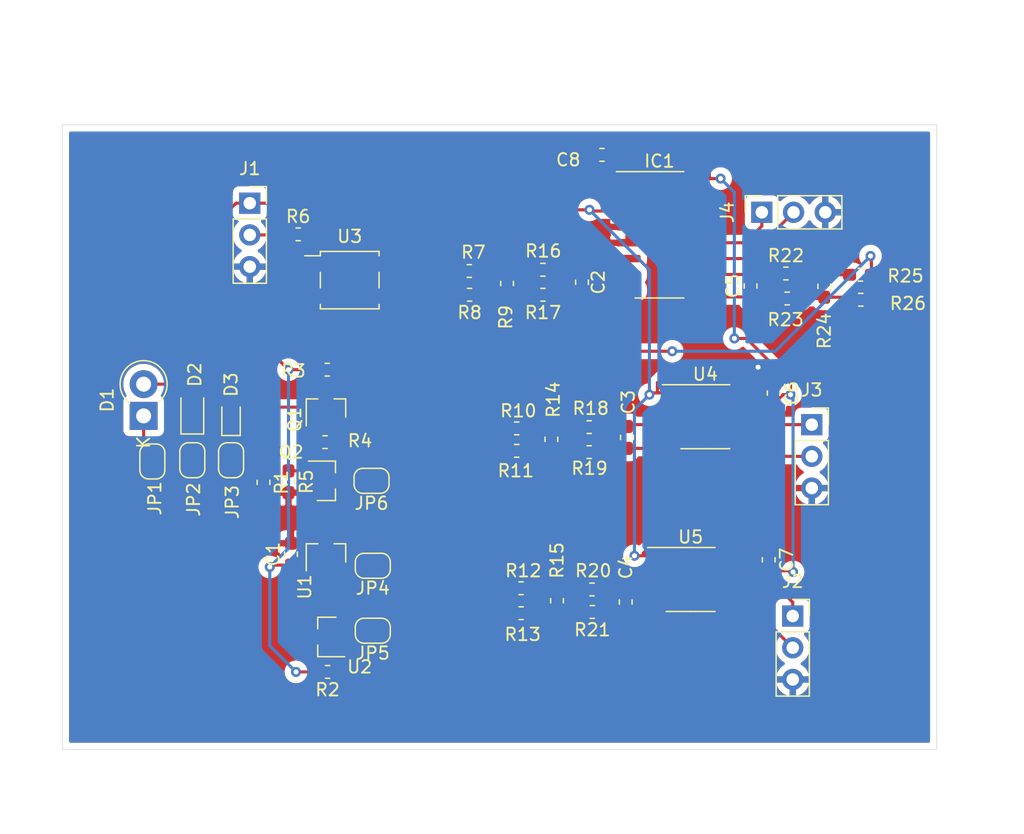
<source format=kicad_pcb>
(kicad_pcb (version 20171130) (host pcbnew "(5.1.5-0)")
  (layers (0 F.Cu signal) (31 B.Cu signal) (34 B.Paste user) (35 F.Paste user) (36 B.SilkS user) (37 F.SilkS user) (38 B.Mask user) (39 F.Mask user) (44 Edge.Cuts user))
  (net 0 "")
  (net 1 GND)
  (net 2 +3V3)
  (net 3 "Net-(C2-Pad2)")
  (net 4 "Net-(C2-Pad1)")
  (net 5 "Net-(C3-Pad2)")
  (net 6 "Net-(C3-Pad1)")
  (net 7 "Net-(C4-Pad2)")
  (net 8 "Net-(C4-Pad1)")
  (net 9 "Net-(C5-Pad2)")
  (net 10 "Net-(C5-Pad1)")
  (net 11 "Net-(D1-Pad2)")
  (net 12 "Net-(D1-Pad1)")
  (net 13 "Net-(D2-Pad1)")
  (net 14 "Net-(D3-Pad1)")
  (net 15 "Net-(IC1-Pad12)")
  (net 16 "Net-(IC1-Pad11)")
  (net 17 "Net-(IC1-Pad6)")
  (net 18 "Net-(IC1-Pad2)")
  (net 19 "Net-(J1-Pad2)")
  (net 20 "Net-(J2-Pad2)")
  (net 21 "Net-(J2-Pad1)")
  (net 22 "Net-(J3-Pad2)")
  (net 23 "Net-(J3-Pad1)")
  (net 24 "Net-(JP1-Pad2)")
  (net 25 "Net-(JP4-Pad2)")
  (net 26 /vref)
  (net 27 "Net-(JP5-Pad2)")
  (net 28 "Net-(JP6-Pad2)")
  (net 29 "Net-(Q1-Pad3)")
  (net 30 "Net-(R6-Pad2)")
  (net 31 /sig)
  (net 32 "Net-(R16-Pad2)")
  (net 33 "Net-(R17-Pad2)")
  (net 34 "Net-(R10-Pad1)")
  (net 35 "Net-(R11-Pad1)")
  (net 36 "Net-(R12-Pad1)")
  (net 37 "Net-(R13-Pad1)")
  (net 38 "Net-(R22-Pad2)")
  (net 39 "Net-(R23-Pad2)")
  (module Capacitor_SMD:C_0603_1608Metric_Pad1.05x0.95mm_HandSolder (layer F.Cu) (at 153.2 52.4 180)
    (fp_text reference C8 (at 2.7 -0.4) (layer F.SilkS))
    (fp_text value 100nF)
    (pad 2 smd roundrect (at 0.875 0 180) (size 1.05 0.95) (layers F.Cu F.Paste F.Mask) (net 1 GND))
    (pad 1 smd roundrect (at -0.875 0 180) (size 1.05 0.95) (layers F.Cu F.Paste F.Mask) (net 2 +3V3))
  )
  (module Package_SO:SOP-8_3.9x4.9mm_P1.27mm (layer F.Cu) (at 160.3 86.4)
    (fp_text reference U5 (at 0 -3.4) (layer F.SilkS))
    (fp_text value HX710C)
    (pad 8 smd roundrect (at 2.625 -1.905) (size 1.65 0.6) (layers F.Cu F.Paste F.Mask) (net 26 /vref))
    (pad 7 smd roundrect (at 2.625 -0.635) (size 1.65 0.6) (layers F.Cu F.Paste F.Mask) (net 2 +3V3))
    (pad 6 smd roundrect (at 2.625 0.635) (size 1.65 0.6) (layers F.Cu F.Paste F.Mask) (net 21 "Net-(J2-Pad1)"))
    (pad 5 smd roundrect (at 2.625 1.905) (size 1.65 0.6) (layers F.Cu F.Paste F.Mask) (net 20 "Net-(J2-Pad2)"))
    (pad 4 smd roundrect (at -2.625 1.905) (size 1.65 0.6) (layers F.Cu F.Paste F.Mask) (net 8 "Net-(C4-Pad1)"))
    (pad 3 smd roundrect (at -2.625 0.635) (size 1.65 0.6) (layers F.Cu F.Paste F.Mask) (net 7 "Net-(C4-Pad2)"))
    (pad 2 smd roundrect (at -2.625 -0.635) (size 1.65 0.6) (layers F.Cu F.Paste F.Mask) (net 1 GND))
    (pad 1 smd roundrect (at -2.625 -1.905) (size 1.65 0.6) (layers F.Cu F.Paste F.Mask) (net 26 /vref))
  )
  (module Package_SO:SOP-8_3.9x4.9mm_P1.27mm (layer F.Cu) (at 161.475 73.365)
    (fp_text reference U4 (at 0 -3.4) (layer F.SilkS))
    (fp_text value HX710B)
    (pad 8 smd roundrect (at 2.625 -1.905) (size 1.65 0.6) (layers F.Cu F.Paste F.Mask) (net 26 /vref))
    (pad 7 smd roundrect (at 2.625 -0.635) (size 1.65 0.6) (layers F.Cu F.Paste F.Mask) (net 2 +3V3))
    (pad 6 smd roundrect (at 2.625 0.635) (size 1.65 0.6) (layers F.Cu F.Paste F.Mask) (net 23 "Net-(J3-Pad1)"))
    (pad 5 smd roundrect (at 2.625 1.905) (size 1.65 0.6) (layers F.Cu F.Paste F.Mask) (net 22 "Net-(J3-Pad2)"))
    (pad 4 smd roundrect (at -2.625 1.905) (size 1.65 0.6) (layers F.Cu F.Paste F.Mask) (net 6 "Net-(C3-Pad1)"))
    (pad 3 smd roundrect (at -2.625 0.635) (size 1.65 0.6) (layers F.Cu F.Paste F.Mask) (net 5 "Net-(C3-Pad2)"))
    (pad 2 smd roundrect (at -2.625 -0.635) (size 1.65 0.6) (layers F.Cu F.Paste F.Mask) (net 1 GND))
    (pad 1 smd roundrect (at -2.625 -1.905) (size 1.65 0.6) (layers F.Cu F.Paste F.Mask) (net 26 /vref))
  )
  (module Package_SO:SO-4_4.4x4.3mm_P2.54mm (layer F.Cu) (at 133 62.43)
    (fp_text reference U3 (at 0 -3.5) (layer F.SilkS))
    (fp_text value AQW282SX)
    (pad 3 smd rect (at 3 1.27 270) (size 0.8 1.2) (layers F.Cu F.Paste F.Mask) (net 31 /sig))
    (pad 2 smd rect (at -3 1.27 270) (size 0.8 1.2) (layers F.Cu F.Paste F.Mask) (net 1 GND))
    (pad 1 smd rect (at -3 -1.27 270) (size 0.8 1.2) (layers F.Cu F.Paste F.Mask) (net 30 "Net-(R6-Pad2)"))
    (pad 4 smd rect (at 3 -1.27 270) (size 0.8 1.2) (layers F.Cu F.Paste F.Mask) (net 26 /vref))
  )
  (module Package_TO_SOT_SMD:SOT-23 (layer F.Cu) (at 131.2 91 180)
    (fp_text reference U2 (at -2.6 -2.4) (layer F.SilkS))
    (fp_text value TL431DBZ)
    (pad 3 smd rect (at 1 0 180) (size 0.9 0.8) (layers F.Cu F.Paste F.Mask) (net 1 GND))
    (pad 2 smd rect (at -1 0.95 180) (size 0.9 0.8) (layers F.Cu F.Paste F.Mask) (net 27 "Net-(JP5-Pad2)"))
    (pad 1 smd rect (at -1 -0.95 180) (size 0.9 0.8) (layers F.Cu F.Paste F.Mask) (net 27 "Net-(JP5-Pad2)"))
  )
  (module Package_TO_SOT_SMD:SOT-23 (layer F.Cu) (at 131.1 84.3 90)
    (fp_text reference U1 (at -2.7 -1.7 90) (layer F.SilkS))
    (fp_text value REF3020)
    (pad 3 smd rect (at 1 0 90) (size 0.9 0.8) (layers F.Cu F.Paste F.Mask) (net 1 GND))
    (pad 2 smd rect (at -1 0.95 90) (size 0.9 0.8) (layers F.Cu F.Paste F.Mask) (net 25 "Net-(JP4-Pad2)"))
    (pad 1 smd rect (at -1 -0.95 90) (size 0.9 0.8) (layers F.Cu F.Paste F.Mask) (net 2 +3V3))
  )
  (module Resistor_SMD:R_0603_1608Metric_Pad1.05x0.95mm_HandSolder (layer F.Cu) (at 173.925 64)
    (fp_text reference R26 (at 3.775 0.3) (layer F.SilkS))
    (fp_text value 10Meg)
    (pad 2 smd roundrect (at 0.875 0) (size 1.05 0.95) (layers F.Cu F.Paste F.Mask) (net 1 GND))
    (pad 1 smd roundrect (at -0.875 0) (size 1.05 0.95) (layers F.Cu F.Paste F.Mask) (net 39 "Net-(R23-Pad2)"))
  )
  (module Resistor_SMD:R_0603_1608Metric_Pad1.05x0.95mm_HandSolder (layer F.Cu) (at 173.9 62)
    (fp_text reference R25 (at 3.6 0.1) (layer F.SilkS))
    (fp_text value 10Meg)
    (pad 2 smd roundrect (at 0.875 0) (size 1.05 0.95) (layers F.Cu F.Paste F.Mask) (net 31 /sig))
    (pad 1 smd roundrect (at -0.875 0) (size 1.05 0.95) (layers F.Cu F.Paste F.Mask) (net 38 "Net-(R22-Pad2)"))
  )
  (module Resistor_SMD:R_0603_1608Metric_Pad1.05x0.95mm_HandSolder (layer F.Cu) (at 171 62.925 270)
    (fp_text reference R24 (at 3.575 0 90) (layer F.SilkS))
    (fp_text value 1K)
    (pad 2 smd roundrect (at 0.875 0 270) (size 1.05 0.95) (layers F.Cu F.Paste F.Mask) (net 39 "Net-(R23-Pad2)"))
    (pad 1 smd roundrect (at -0.875 0 270) (size 1.05 0.95) (layers F.Cu F.Paste F.Mask) (net 38 "Net-(R22-Pad2)"))
  )
  (module Resistor_SMD:R_0603_1608Metric_Pad1.05x0.95mm_HandSolder (layer F.Cu) (at 168.025 63.9)
    (fp_text reference R23 (at -0.125 1.7) (layer F.SilkS))
    (fp_text value 100)
    (pad 2 smd roundrect (at 0.875 0) (size 1.05 0.95) (layers F.Cu F.Paste F.Mask) (net 39 "Net-(R23-Pad2)"))
    (pad 1 smd roundrect (at -0.875 0) (size 1.05 0.95) (layers F.Cu F.Paste F.Mask) (net 10 "Net-(C5-Pad1)"))
  )
  (module Resistor_SMD:R_0603_1608Metric_Pad1.05x0.95mm_HandSolder (layer F.Cu) (at 167.925 61.9)
    (fp_text reference R22 (at 0 -1.43) (layer F.SilkS))
    (fp_text value 100)
    (pad 2 smd roundrect (at 0.875 0) (size 1.05 0.95) (layers F.Cu F.Paste F.Mask) (net 38 "Net-(R22-Pad2)"))
    (pad 1 smd roundrect (at -0.875 0) (size 1.05 0.95) (layers F.Cu F.Paste F.Mask) (net 9 "Net-(C5-Pad2)"))
  )
  (module Resistor_SMD:R_0603_1608Metric_Pad1.05x0.95mm_HandSolder (layer F.Cu) (at 152.425 89 180)
    (fp_text reference R21 (at 0 -1.43) (layer F.SilkS))
    (fp_text value 100)
    (pad 2 smd roundrect (at 0.875 0 180) (size 1.05 0.95) (layers F.Cu F.Paste F.Mask) (net 37 "Net-(R13-Pad1)"))
    (pad 1 smd roundrect (at -0.875 0 180) (size 1.05 0.95) (layers F.Cu F.Paste F.Mask) (net 8 "Net-(C4-Pad1)"))
  )
  (module Resistor_SMD:R_0603_1608Metric_Pad1.05x0.95mm_HandSolder (layer F.Cu) (at 152.4 87.2 180)
    (fp_text reference R20 (at -0.1 1.5) (layer F.SilkS))
    (fp_text value 100)
    (pad 2 smd roundrect (at 0.875 0 180) (size 1.05 0.95) (layers F.Cu F.Paste F.Mask) (net 36 "Net-(R12-Pad1)"))
    (pad 1 smd roundrect (at -0.875 0 180) (size 1.05 0.95) (layers F.Cu F.Paste F.Mask) (net 7 "Net-(C4-Pad2)"))
  )
  (module Resistor_SMD:R_0603_1608Metric_Pad1.05x0.95mm_HandSolder (layer F.Cu) (at 152.175 76.2 180)
    (fp_text reference R19 (at -0.025 -1.3) (layer F.SilkS))
    (fp_text value 100)
    (pad 2 smd roundrect (at 0.875 0 180) (size 1.05 0.95) (layers F.Cu F.Paste F.Mask) (net 35 "Net-(R11-Pad1)"))
    (pad 1 smd roundrect (at -0.875 0 180) (size 1.05 0.95) (layers F.Cu F.Paste F.Mask) (net 6 "Net-(C3-Pad1)"))
  )
  (module Resistor_SMD:R_0603_1608Metric_Pad1.05x0.95mm_HandSolder (layer F.Cu) (at 152.175 74.2 180)
    (fp_text reference R18 (at -0.125 1.5) (layer F.SilkS))
    (fp_text value 100)
    (pad 2 smd roundrect (at 0.875 0 180) (size 1.05 0.95) (layers F.Cu F.Paste F.Mask) (net 34 "Net-(R10-Pad1)"))
    (pad 1 smd roundrect (at -0.875 0 180) (size 1.05 0.95) (layers F.Cu F.Paste F.Mask) (net 5 "Net-(C3-Pad2)"))
  )
  (module Resistor_SMD:R_0603_1608Metric_Pad1.05x0.95mm_HandSolder (layer F.Cu) (at 148.475 63.6 180)
    (fp_text reference R17 (at 0 -1.43) (layer F.SilkS))
    (fp_text value 100)
    (pad 2 smd roundrect (at 0.875 0 180) (size 1.05 0.95) (layers F.Cu F.Paste F.Mask) (net 33 "Net-(R17-Pad2)"))
    (pad 1 smd roundrect (at -0.875 0 180) (size 1.05 0.95) (layers F.Cu F.Paste F.Mask) (net 4 "Net-(C2-Pad1)"))
  )
  (module Resistor_SMD:R_0603_1608Metric_Pad1.05x0.95mm_HandSolder (layer F.Cu) (at 148.475 61.6 180)
    (fp_text reference R16 (at -0.025 1.5) (layer F.SilkS))
    (fp_text value 100)
    (pad 2 smd roundrect (at 0.875 0 180) (size 1.05 0.95) (layers F.Cu F.Paste F.Mask) (net 32 "Net-(R16-Pad2)"))
    (pad 1 smd roundrect (at -0.875 0 180) (size 1.05 0.95) (layers F.Cu F.Paste F.Mask) (net 3 "Net-(C2-Pad2)"))
  )
  (module Resistor_SMD:R_0603_1608Metric_Pad1.05x0.95mm_HandSolder (layer F.Cu) (at 149.6 88.1 270)
    (fp_text reference R15 (at -3.225 0 90) (layer F.SilkS))
    (fp_text value 1K)
    (pad 2 smd roundrect (at 0.875 0 270) (size 1.05 0.95) (layers F.Cu F.Paste F.Mask) (net 37 "Net-(R13-Pad1)"))
    (pad 1 smd roundrect (at -0.875 0 270) (size 1.05 0.95) (layers F.Cu F.Paste F.Mask) (net 36 "Net-(R12-Pad1)"))
  )
  (module Resistor_SMD:R_0603_1608Metric_Pad1.05x0.95mm_HandSolder (layer F.Cu) (at 149.15 75.175 270)
    (fp_text reference R14 (at -3.175 -0.15 90) (layer F.SilkS))
    (fp_text value 1K)
    (pad 2 smd roundrect (at 0.875 0 270) (size 1.05 0.95) (layers F.Cu F.Paste F.Mask) (net 35 "Net-(R11-Pad1)"))
    (pad 1 smd roundrect (at -0.875 0 270) (size 1.05 0.95) (layers F.Cu F.Paste F.Mask) (net 34 "Net-(R10-Pad1)"))
  )
  (module Resistor_SMD:R_0603_1608Metric_Pad1.05x0.95mm_HandSolder (layer F.Cu) (at 146.725 89.1 180)
    (fp_text reference R13 (at -0.125 -1.7) (layer F.SilkS))
    (fp_text value 10Meg)
    (pad 2 smd roundrect (at 0.875 0 180) (size 1.05 0.95) (layers F.Cu F.Paste F.Mask) (net 1 GND))
    (pad 1 smd roundrect (at -0.875 0 180) (size 1.05 0.95) (layers F.Cu F.Paste F.Mask) (net 37 "Net-(R13-Pad1)"))
  )
  (module Resistor_SMD:R_0603_1608Metric_Pad1.05x0.95mm_HandSolder (layer F.Cu) (at 146.725 87.1 180)
    (fp_text reference R12 (at -0.175 1.4) (layer F.SilkS))
    (fp_text value 10Meg)
    (pad 2 smd roundrect (at 0.875 0 180) (size 1.05 0.95) (layers F.Cu F.Paste F.Mask) (net 31 /sig))
    (pad 1 smd roundrect (at -0.875 0 180) (size 1.05 0.95) (layers F.Cu F.Paste F.Mask) (net 36 "Net-(R12-Pad1)"))
  )
  (module Resistor_SMD:R_0603_1608Metric_Pad1.05x0.95mm_HandSolder (layer F.Cu) (at 146.375 76.1 180)
    (fp_text reference R11 (at 0.075 -1.6) (layer F.SilkS))
    (fp_text value 10Meg)
    (pad 2 smd roundrect (at 0.875 0 180) (size 1.05 0.95) (layers F.Cu F.Paste F.Mask) (net 1 GND))
    (pad 1 smd roundrect (at -0.875 0 180) (size 1.05 0.95) (layers F.Cu F.Paste F.Mask) (net 35 "Net-(R11-Pad1)"))
  )
  (module Resistor_SMD:R_0603_1608Metric_Pad1.05x0.95mm_HandSolder (layer F.Cu) (at 146.375 74.3 180)
    (fp_text reference R10 (at -0.125 1.4) (layer F.SilkS))
    (fp_text value 10Meg)
    (pad 2 smd roundrect (at 0.875 0 180) (size 1.05 0.95) (layers F.Cu F.Paste F.Mask) (net 31 /sig))
    (pad 1 smd roundrect (at -0.875 0 180) (size 1.05 0.95) (layers F.Cu F.Paste F.Mask) (net 34 "Net-(R10-Pad1)"))
  )
  (module Resistor_SMD:R_0603_1608Metric_Pad1.05x0.95mm_HandSolder (layer F.Cu) (at 145.6 62.7 270)
    (fp_text reference R9 (at 2.7 0.1 90) (layer F.SilkS))
    (fp_text value 1K)
    (pad 2 smd roundrect (at 0.875 0 270) (size 1.05 0.95) (layers F.Cu F.Paste F.Mask) (net 33 "Net-(R17-Pad2)"))
    (pad 1 smd roundrect (at -0.875 0 270) (size 1.05 0.95) (layers F.Cu F.Paste F.Mask) (net 32 "Net-(R16-Pad2)"))
  )
  (module Resistor_SMD:R_0603_1608Metric_Pad1.05x0.95mm_HandSolder (layer F.Cu) (at 142.6 63.6 180)
    (fp_text reference R8 (at 0 -1.43) (layer F.SilkS))
    (fp_text value 10Meg)
    (pad 2 smd roundrect (at 0.875 0 180) (size 1.05 0.95) (layers F.Cu F.Paste F.Mask) (net 1 GND))
    (pad 1 smd roundrect (at -0.875 0 180) (size 1.05 0.95) (layers F.Cu F.Paste F.Mask) (net 33 "Net-(R17-Pad2)"))
  )
  (module Resistor_SMD:R_0603_1608Metric_Pad1.05x0.95mm_HandSolder (layer F.Cu) (at 142.575 61.7 180)
    (fp_text reference R7 (at -0.325 1.5) (layer F.SilkS))
    (fp_text value 10Meg)
    (pad 2 smd roundrect (at 0.875 0 180) (size 1.05 0.95) (layers F.Cu F.Paste F.Mask) (net 31 /sig))
    (pad 1 smd roundrect (at -0.875 0 180) (size 1.05 0.95) (layers F.Cu F.Paste F.Mask) (net 32 "Net-(R16-Pad2)"))
  )
  (module Resistor_SMD:R_0603_1608Metric_Pad1.05x0.95mm_HandSolder (layer F.Cu) (at 128.875001 58.765001)
    (fp_text reference R6 (at 0 -1.43) (layer F.SilkS))
    (fp_text value 1K)
    (pad 2 smd roundrect (at 0.875 0) (size 1.05 0.95) (layers F.Cu F.Paste F.Mask) (net 30 "Net-(R6-Pad2)"))
    (pad 1 smd roundrect (at -0.875 0) (size 1.05 0.95) (layers F.Cu F.Paste F.Mask) (net 19 "Net-(J1-Pad2)"))
  )
  (module Resistor_SMD:R_0603_1608Metric_Pad1.05x0.95mm_HandSolder (layer F.Cu) (at 128.1 78.575 270)
    (fp_text reference R5 (at 0 -1.43 90) (layer F.SilkS))
    (fp_text value 1K)
    (pad 2 smd roundrect (at 0.875 0 270) (size 1.05 0.95) (layers F.Cu F.Paste F.Mask) (net 1 GND))
    (pad 1 smd roundrect (at -0.875 0 270) (size 1.05 0.95) (layers F.Cu F.Paste F.Mask) (net 29 "Net-(Q1-Pad3)"))
  )
  (module Resistor_SMD:R_0603_1608Metric_Pad1.05x0.95mm_HandSolder (layer F.Cu) (at 131.025 75.4 180)
    (fp_text reference R4 (at -2.8 0.1) (layer F.SilkS))
    (fp_text value 1K)
    (pad 2 smd roundrect (at 0.875 0 180) (size 1.05 0.95) (layers F.Cu F.Paste F.Mask) (net 11 "Net-(D1-Pad2)"))
    (pad 1 smd roundrect (at -0.875 0 180) (size 1.05 0.95) (layers F.Cu F.Paste F.Mask) (net 28 "Net-(JP6-Pad2)"))
  )
  (module Resistor_SMD:R_0603_1608Metric_Pad1.05x0.95mm_HandSolder (layer F.Cu) (at 131.2 69.6 180)
    (fp_text reference R3 (at 2.7 -0.1) (layer F.SilkS))
    (fp_text value 300)
    (pad 2 smd roundrect (at 0.875 0 180) (size 1.05 0.95) (layers F.Cu F.Paste F.Mask) (net 2 +3V3))
    (pad 1 smd roundrect (at -0.875 0 180) (size 1.05 0.95) (layers F.Cu F.Paste F.Mask) (net 28 "Net-(JP6-Pad2)"))
  )
  (module Resistor_SMD:R_0603_1608Metric_Pad1.05x0.95mm_HandSolder (layer F.Cu) (at 131.225 93.8 180)
    (fp_text reference R2 (at 0 -1.43) (layer F.SilkS))
    (fp_text value 300)
    (pad 2 smd roundrect (at 0.875 0 180) (size 1.05 0.95) (layers F.Cu F.Paste F.Mask) (net 2 +3V3))
    (pad 1 smd roundrect (at -0.875 0 180) (size 1.05 0.95) (layers F.Cu F.Paste F.Mask) (net 27 "Net-(JP5-Pad2)"))
  )
  (module Resistor_SMD:R_0603_1608Metric_Pad1.05x0.95mm_HandSolder (layer F.Cu) (at 126.1 78.625 270)
    (fp_text reference R1 (at 0 -1.43 90) (layer F.SilkS))
    (fp_text value 75)
    (pad 2 smd roundrect (at 0.875 0 270) (size 1.05 0.95) (layers F.Cu F.Paste F.Mask) (net 1 GND))
    (pad 1 smd roundrect (at -0.875 0 270) (size 1.05 0.95) (layers F.Cu F.Paste F.Mask) (net 24 "Net-(JP1-Pad2)"))
  )
  (module Package_TO_SOT_SMD:SOT-23 (layer F.Cu) (at 131.1 78.5)
    (fp_text reference Q2 (at -2.8 -2.3) (layer F.SilkS))
    (fp_text value MMBT2222A)
    (pad 3 smd rect (at 1 0) (size 0.9 0.8) (layers F.Cu F.Paste F.Mask) (net 28 "Net-(JP6-Pad2)"))
    (pad 2 smd rect (at -1 0.95) (size 0.9 0.8) (layers F.Cu F.Paste F.Mask) (net 1 GND))
    (pad 1 smd rect (at -1 -0.95) (size 0.9 0.8) (layers F.Cu F.Paste F.Mask) (net 29 "Net-(Q1-Pad3)"))
  )
  (module Package_TO_SOT_SMD:SOT-23 (layer F.Cu) (at 131.1 72.7 90)
    (fp_text reference Q1 (at -0.9 -2.5 90) (layer F.SilkS))
    (fp_text value MMBT3906)
    (pad 3 smd rect (at 1 0 90) (size 0.9 0.8) (layers F.Cu F.Paste F.Mask) (net 29 "Net-(Q1-Pad3)"))
    (pad 2 smd rect (at -1 0.95 90) (size 0.9 0.8) (layers F.Cu F.Paste F.Mask) (net 28 "Net-(JP6-Pad2)"))
    (pad 1 smd rect (at -1 -0.95 90) (size 0.9 0.8) (layers F.Cu F.Paste F.Mask) (net 11 "Net-(D1-Pad2)"))
  )
  (module Jumper:SolderJumper-2_P1.3mm_Open_RoundedPad1.0x1.5mm (layer F.Cu) (at 134.75 78.5 180)
    (fp_text reference JP6 (at 0 -1.8) (layer F.SilkS))
    (fp_text value NO)
    (pad 2 smd custom (at 0.65 0 180) (size 1 0.5) (layers F.Cu F.Mask) (net 28 "Net-(JP6-Pad2)") (options (clearance outline) (anchor rect)) (primitives (gr_circle (center 0 0.25) (end 0.5 0.25) (width 0)) (gr_circle (center 0 -0.25) (end 0.5 -0.25) (width 0)) (gr_poly (pts (xy 0 -0.75) (xy -0.5 -0.75) (xy -0.5 0.75) (xy 0 0.75)) (width 0))))
    (pad 1 smd custom (at -0.65 0 180) (size 1 0.5) (layers F.Cu F.Mask) (net 26 /vref) (options (clearance outline) (anchor rect)) (primitives (gr_circle (center 0 0.25) (end 0.5 0.25) (width 0)) (gr_circle (center 0 -0.25) (end 0.5 -0.25) (width 0)) (gr_poly (pts (xy 0 -0.75) (xy 0.5 -0.75) (xy 0.5 0.75) (xy 0 0.75)) (width 0))))
  )
  (module Jumper:SolderJumper-2_P1.3mm_Open_RoundedPad1.0x1.5mm (layer F.Cu) (at 134.85 90.5 180)
    (fp_text reference JP5 (at 0 -1.8) (layer F.SilkS))
    (fp_text value NO)
    (pad 2 smd custom (at 0.65 0 180) (size 1 0.5) (layers F.Cu F.Mask) (net 27 "Net-(JP5-Pad2)") (options (clearance outline) (anchor rect)) (primitives (gr_circle (center 0 0.25) (end 0.5 0.25) (width 0)) (gr_circle (center 0 -0.25) (end 0.5 -0.25) (width 0)) (gr_poly (pts (xy 0 -0.75) (xy -0.5 -0.75) (xy -0.5 0.75) (xy 0 0.75)) (width 0))))
    (pad 1 smd custom (at -0.65 0 180) (size 1 0.5) (layers F.Cu F.Mask) (net 26 /vref) (options (clearance outline) (anchor rect)) (primitives (gr_circle (center 0 0.25) (end 0.5 0.25) (width 0)) (gr_circle (center 0 -0.25) (end 0.5 -0.25) (width 0)) (gr_poly (pts (xy 0 -0.75) (xy 0.5 -0.75) (xy 0.5 0.75) (xy 0 0.75)) (width 0))))
  )
  (module Jumper:SolderJumper-2_P1.3mm_Open_RoundedPad1.0x1.5mm (layer F.Cu) (at 134.85 85.3 180)
    (fp_text reference JP4 (at 0 -1.8) (layer F.SilkS))
    (fp_text value NO)
    (pad 2 smd custom (at 0.65 0 180) (size 1 0.5) (layers F.Cu F.Mask) (net 25 "Net-(JP4-Pad2)") (options (clearance outline) (anchor rect)) (primitives (gr_circle (center 0 0.25) (end 0.5 0.25) (width 0)) (gr_circle (center 0 -0.25) (end 0.5 -0.25) (width 0)) (gr_poly (pts (xy 0 -0.75) (xy -0.5 -0.75) (xy -0.5 0.75) (xy 0 0.75)) (width 0))))
    (pad 1 smd custom (at -0.65 0 180) (size 1 0.5) (layers F.Cu F.Mask) (net 26 /vref) (options (clearance outline) (anchor rect)) (primitives (gr_circle (center 0 0.25) (end 0.5 0.25) (width 0)) (gr_circle (center 0 -0.25) (end 0.5 -0.25) (width 0)) (gr_poly (pts (xy 0 -0.75) (xy 0.5 -0.75) (xy 0.5 0.75) (xy 0 0.75)) (width 0))))
  )
  (module Jumper:SolderJumper-2_P1.3mm_Open_RoundedPad1.0x1.5mm (layer F.Cu) (at 123.5 76.85 270)
    (fp_text reference JP3 (at 3.35 -0.1 90) (layer F.SilkS))
    (fp_text value NO)
    (pad 2 smd custom (at 0.65 0 270) (size 1 0.5) (layers F.Cu F.Mask) (net 24 "Net-(JP1-Pad2)") (options (clearance outline) (anchor rect)) (primitives (gr_circle (center 0 0.25) (end 0.5 0.25) (width 0)) (gr_circle (center 0 -0.25) (end 0.5 -0.25) (width 0)) (gr_poly (pts (xy 0 -0.75) (xy -0.5 -0.75) (xy -0.5 0.75) (xy 0 0.75)) (width 0))))
    (pad 1 smd custom (at -0.65 0 270) (size 1 0.5) (layers F.Cu F.Mask) (net 14 "Net-(D3-Pad1)") (options (clearance outline) (anchor rect)) (primitives (gr_circle (center 0 0.25) (end 0.5 0.25) (width 0)) (gr_circle (center 0 -0.25) (end 0.5 -0.25) (width 0)) (gr_poly (pts (xy 0 -0.75) (xy 0.5 -0.75) (xy 0.5 0.75) (xy 0 0.75)) (width 0))))
  )
  (module Jumper:SolderJumper-2_P1.3mm_Open_RoundedPad1.0x1.5mm (layer F.Cu) (at 120.4 76.85 270)
    (fp_text reference JP2 (at 3.15 -0.1 90) (layer F.SilkS))
    (fp_text value NO)
    (pad 2 smd custom (at 0.65 0 270) (size 1 0.5) (layers F.Cu F.Mask) (net 24 "Net-(JP1-Pad2)") (options (clearance outline) (anchor rect)) (primitives (gr_circle (center 0 0.25) (end 0.5 0.25) (width 0)) (gr_circle (center 0 -0.25) (end 0.5 -0.25) (width 0)) (gr_poly (pts (xy 0 -0.75) (xy -0.5 -0.75) (xy -0.5 0.75) (xy 0 0.75)) (width 0))))
    (pad 1 smd custom (at -0.65 0 270) (size 1 0.5) (layers F.Cu F.Mask) (net 13 "Net-(D2-Pad1)") (options (clearance outline) (anchor rect)) (primitives (gr_circle (center 0 0.25) (end 0.5 0.25) (width 0)) (gr_circle (center 0 -0.25) (end 0.5 -0.25) (width 0)) (gr_poly (pts (xy 0 -0.75) (xy 0.5 -0.75) (xy 0.5 0.75) (xy 0 0.75)) (width 0))))
  )
  (module Jumper:SolderJumper-2_P1.3mm_Open_RoundedPad1.0x1.5mm (layer F.Cu) (at 117.2 76.95 270)
    (fp_text reference JP1 (at 2.95 -0.2 90) (layer F.SilkS))
    (fp_text value NO)
    (pad 2 smd custom (at 0.65 0 270) (size 1 0.5) (layers F.Cu F.Mask) (net 24 "Net-(JP1-Pad2)") (options (clearance outline) (anchor rect)) (primitives (gr_circle (center 0 0.25) (end 0.5 0.25) (width 0)) (gr_circle (center 0 -0.25) (end 0.5 -0.25) (width 0)) (gr_poly (pts (xy 0 -0.75) (xy -0.5 -0.75) (xy -0.5 0.75) (xy 0 0.75)) (width 0))))
    (pad 1 smd custom (at -0.65 0 270) (size 1 0.5) (layers F.Cu F.Mask) (net 12 "Net-(D1-Pad1)") (options (clearance outline) (anchor rect)) (primitives (gr_circle (center 0 0.25) (end 0.5 0.25) (width 0)) (gr_circle (center 0 -0.25) (end 0.5 -0.25) (width 0)) (gr_poly (pts (xy 0 -0.75) (xy 0.5 -0.75) (xy 0.5 0.75) (xy 0 0.75)) (width 0))))
  )
  (module Connector_PinSocket_2.54mm:PinSocket_1x03_P2.54mm_Vertical (layer F.Cu) (at 166 57 90)
    (fp_text reference J4 (at 0 -2.77 90) (layer F.SilkS))
    (fp_text value Conn_01x03_Female)
    (pad 3 thru_hole oval (at 0 5.08 90) (size 1.7 1.7) (drill 1) (layers *.Cu *.Mask) (net 1 GND))
    (pad 2 thru_hole oval (at 0 2.54 90) (size 1.7 1.7) (drill 1) (layers *.Cu *.Mask) (net 16 "Net-(IC1-Pad11)"))
    (pad 1 thru_hole rect (at 0 0 90) (size 1.7 1.7) (drill 1) (layers *.Cu *.Mask) (net 15 "Net-(IC1-Pad12)"))
  )
  (module Connector_PinSocket_2.54mm:PinSocket_1x03_P2.54mm_Vertical (layer F.Cu) (at 170 74)
    (fp_text reference J3 (at 0 -2.77) (layer F.SilkS))
    (fp_text value Conn_01x03_Female)
    (pad 3 thru_hole oval (at 0 5.08) (size 1.7 1.7) (drill 1) (layers *.Cu *.Mask) (net 1 GND))
    (pad 2 thru_hole oval (at 0 2.54) (size 1.7 1.7) (drill 1) (layers *.Cu *.Mask) (net 22 "Net-(J3-Pad2)"))
    (pad 1 thru_hole rect (at 0 0) (size 1.7 1.7) (drill 1) (layers *.Cu *.Mask) (net 23 "Net-(J3-Pad1)"))
  )
  (module Connector_PinSocket_2.54mm:PinSocket_1x03_P2.54mm_Vertical (layer F.Cu) (at 168.475001 89.325001)
    (fp_text reference J2 (at 0 -2.77) (layer F.SilkS))
    (fp_text value Conn_01x03_Female)
    (pad 3 thru_hole oval (at 0 5.08) (size 1.7 1.7) (drill 1) (layers *.Cu *.Mask) (net 1 GND))
    (pad 2 thru_hole oval (at 0 2.54) (size 1.7 1.7) (drill 1) (layers *.Cu *.Mask) (net 20 "Net-(J2-Pad2)"))
    (pad 1 thru_hole rect (at 0 0) (size 1.7 1.7) (drill 1) (layers *.Cu *.Mask) (net 21 "Net-(J2-Pad1)"))
  )
  (module Connector_PinSocket_2.54mm:PinSocket_1x03_P2.54mm_Vertical (layer F.Cu) (at 125 56.27)
    (fp_text reference J1 (at 0 -2.77) (layer F.SilkS))
    (fp_text value Conn_01x03_Female)
    (pad 3 thru_hole oval (at 0 5.08) (size 1.7 1.7) (drill 1) (layers *.Cu *.Mask) (net 1 GND))
    (pad 2 thru_hole oval (at 0 2.54) (size 1.7 1.7) (drill 1) (layers *.Cu *.Mask) (net 19 "Net-(J1-Pad2)"))
    (pad 1 thru_hole rect (at 0 0) (size 1.7 1.7) (drill 1) (layers *.Cu *.Mask) (net 2 +3V3))
  )
  (module Package_SO:SOIC-16_3.9x9.9mm_P1.27mm (layer F.Cu) (at 157.8 58.8)
    (fp_text reference IC1 (at 0 -5.9) (layer F.SilkS))
    (fp_text value HX711)
    (pad 16 smd roundrect (at 2.475 -4.445) (size 1.95 0.6) (layers F.Cu F.Paste F.Mask) (net 2 +3V3))
    (pad 15 smd roundrect (at 2.475 -3.175) (size 1.95 0.6) (layers F.Cu F.Paste F.Mask) (net 1 GND))
    (pad 14 smd roundrect (at 2.475 -1.905) (size 1.95 0.6) (layers F.Cu F.Paste F.Mask) (net 1 GND))
    (pad 13 smd roundrect (at 2.475 -0.635) (size 1.95 0.6) (layers F.Cu F.Paste F.Mask) (net 1 GND))
    (pad 12 smd roundrect (at 2.475 0.635) (size 1.95 0.6) (layers F.Cu F.Paste F.Mask) (net 15 "Net-(IC1-Pad12)"))
    (pad 11 smd roundrect (at 2.475 1.905) (size 1.95 0.6) (layers F.Cu F.Paste F.Mask) (net 16 "Net-(IC1-Pad11)"))
    (pad 10 smd roundrect (at 2.475 3.175) (size 1.95 0.6) (layers F.Cu F.Paste F.Mask) (net 9 "Net-(C5-Pad2)"))
    (pad 9 smd roundrect (at 2.475 4.445) (size 1.95 0.6) (layers F.Cu F.Paste F.Mask) (net 10 "Net-(C5-Pad1)"))
    (pad 8 smd roundrect (at -2.475 4.445) (size 1.95 0.6) (layers F.Cu F.Paste F.Mask) (net 4 "Net-(C2-Pad1)"))
    (pad 7 smd roundrect (at -2.475 3.175) (size 1.95 0.6) (layers F.Cu F.Paste F.Mask) (net 3 "Net-(C2-Pad2)"))
    (pad 6 smd roundrect (at -2.475 1.905) (size 1.95 0.6) (layers F.Cu F.Paste F.Mask) (net 17 "Net-(IC1-Pad6)"))
    (pad 5 smd roundrect (at -2.475 0.635) (size 1.95 0.6) (layers F.Cu F.Paste F.Mask) (net 1 GND))
    (pad 4 smd roundrect (at -2.475 -0.635) (size 1.95 0.6) (layers F.Cu F.Paste F.Mask) (net 1 GND))
    (pad 3 smd roundrect (at -2.475 -1.905) (size 1.95 0.6) (layers F.Cu F.Paste F.Mask) (net 26 /vref))
    (pad 2 smd roundrect (at -2.475 -3.175) (size 1.95 0.6) (layers F.Cu F.Paste F.Mask) (net 18 "Net-(IC1-Pad2)"))
    (pad 1 smd roundrect (at -2.475 -4.445) (size 1.95 0.6) (layers F.Cu F.Paste F.Mask) (net 2 +3V3))
  )
  (module Diode_SMD:D_0603_1608Metric (layer F.Cu) (at 123.5 73.3875 90)
    (fp_text reference D3 (at 2.5875 0 90) (layer F.SilkS))
    (fp_text value 19-217/GHC-YR1S2/3T)
    (pad 2 smd roundrect (at 0.7875 0 90) (size 0.875 0.95) (layers F.Cu F.Paste F.Mask) (net 11 "Net-(D1-Pad2)"))
    (pad 1 smd roundrect (at -0.7875 0 90) (size 0.875 0.95) (layers F.Cu F.Paste F.Mask) (net 14 "Net-(D3-Pad1)"))
  )
  (module Diode_SMD:D_0805_2012Metric_Castellated (layer F.Cu) (at 120.4 72.8625 90)
    (fp_text reference D2 (at 2.8625 0.2 90) (layer F.SilkS))
    (fp_text value C2297)
    (pad 2 smd roundrect (at 0.9625 0 90) (size 1.325 1.3) (layers F.Cu F.Paste F.Mask) (roundrect_rratio 0.192308) (net 11 "Net-(D1-Pad2)"))
    (pad 1 smd roundrect (at -0.9625 0 90) (size 1.325 1.3) (layers F.Cu F.Paste F.Mask) (roundrect_rratio 0.192308) (net 13 "Net-(D2-Pad1)"))
  )
  (module Diode_THT:D_DO-15_P2.54mm_Vertical_KathodeUp (layer F.Cu) (at 116.5 73.3 90)
    (fp_text reference D1 (at 1.27 -2.92 90) (layer F.SilkS))
    (fp_text value LTL-4231)
    (fp_text user K (at -2.12 0 90) (layer F.SilkS))
    (pad 2 thru_hole oval (at 2.54 0 90) (size 2.24 2.24) (drill 1.2) (layers *.Cu *.Mask) (net 11 "Net-(D1-Pad2)"))
    (pad 1 thru_hole rect (at 0 0 90) (size 2.24 2.24) (drill 1.2) (layers *.Cu *.Mask) (net 12 "Net-(D1-Pad1)"))
  )
  (module Capacitor_SMD:C_0603_1608Metric_Pad1.05x0.95mm_HandSolder (layer F.Cu) (at 166.55 84.825 270)
    (fp_text reference C7 (at 0 -1.43 90) (layer F.SilkS))
    (fp_text value 100nF)
    (pad 2 smd roundrect (at 0.875 0 270) (size 1.05 0.95) (layers F.Cu F.Paste F.Mask) (net 2 +3V3))
    (pad 1 smd roundrect (at -0.875 0 270) (size 1.05 0.95) (layers F.Cu F.Paste F.Mask) (net 1 GND))
  )
  (module Capacitor_SMD:C_0603_1608Metric_Pad1.05x0.95mm_HandSolder (layer F.Cu) (at 166.95 71.475 270)
    (fp_text reference C6 (at 0 -1.43 90) (layer F.SilkS))
    (fp_text value 100nF)
    (pad 2 smd roundrect (at 0.875 0 270) (size 1.05 0.95) (layers F.Cu F.Paste F.Mask) (net 2 +3V3))
    (pad 1 smd roundrect (at -0.875 0 270) (size 1.05 0.95) (layers F.Cu F.Paste F.Mask) (net 1 GND))
  )
  (module Capacitor_SMD:C_0603_1608Metric_Pad1.05x0.95mm_HandSolder (layer F.Cu) (at 165.1 62.9 90)
    (fp_text reference C5 (at 0 -1.43 90) (layer F.SilkS))
    (fp_text value 100nF)
    (pad 2 smd roundrect (at 0.875 0 90) (size 1.05 0.95) (layers F.Cu F.Paste F.Mask) (net 9 "Net-(C5-Pad2)"))
    (pad 1 smd roundrect (at -0.875 0 90) (size 1.05 0.95) (layers F.Cu F.Paste F.Mask) (net 10 "Net-(C5-Pad1)"))
  )
  (module Capacitor_SMD:C_0603_1608Metric_Pad1.05x0.95mm_HandSolder (layer F.Cu) (at 155.1 88.2 90)
    (fp_text reference C4 (at 2.8 0 90) (layer F.SilkS))
    (fp_text value 100nF)
    (pad 2 smd roundrect (at 0.875 0 90) (size 1.05 0.95) (layers F.Cu F.Paste F.Mask) (net 7 "Net-(C4-Pad2)"))
    (pad 1 smd roundrect (at -0.875 0 90) (size 1.05 0.95) (layers F.Cu F.Paste F.Mask) (net 8 "Net-(C4-Pad1)"))
  )
  (module Capacitor_SMD:C_0603_1608Metric_Pad1.05x0.95mm_HandSolder (layer F.Cu) (at 155.2 75.025 90)
    (fp_text reference C3 (at 2.825 0.1 90) (layer F.SilkS))
    (fp_text value 100nF)
    (pad 2 smd roundrect (at 0.875 0 90) (size 1.05 0.95) (layers F.Cu F.Paste F.Mask) (net 5 "Net-(C3-Pad2)"))
    (pad 1 smd roundrect (at -0.875 0 90) (size 1.05 0.95) (layers F.Cu F.Paste F.Mask) (net 6 "Net-(C3-Pad1)"))
  )
  (module Capacitor_SMD:C_0603_1608Metric_Pad1.05x0.95mm_HandSolder (layer F.Cu) (at 151.6 62.6 90)
    (fp_text reference C2 (at 0 1.3 90) (layer F.SilkS))
    (fp_text value 100nF)
    (pad 2 smd roundrect (at 0.875 0 90) (size 1.05 0.95) (layers F.Cu F.Paste F.Mask) (net 3 "Net-(C2-Pad2)"))
    (pad 1 smd roundrect (at -0.875 0 90) (size 1.05 0.95) (layers F.Cu F.Paste F.Mask) (net 4 "Net-(C2-Pad1)"))
  )
  (module Capacitor_SMD:C_0603_1608Metric_Pad1.05x0.95mm_HandSolder (layer F.Cu) (at 128.3 84.375 90)
    (fp_text reference C1 (at 0 -1.43 90) (layer F.SilkS))
    (fp_text value 470nF)
    (pad 2 smd roundrect (at 0.875 0 90) (size 1.05 0.95) (layers F.Cu F.Paste F.Mask) (net 1 GND))
    (pad 1 smd roundrect (at -0.875 0 90) (size 1.05 0.95) (layers F.Cu F.Paste F.Mask) (net 2 +3V3))
  )
  (gr_line (start 110 100) (end 110 50) (layer Edge.Cuts) (width 0.05))
  (gr_line (start 180 100) (end 110 100) (layer Edge.Cuts) (width 0.05))
  (gr_line (start 180 50) (end 180 100) (layer Edge.Cuts) (width 0.05))
  (gr_line (start 110 50) (end 180 50) (layer Edge.Cuts) (width 0.05))
  (segment (start 166.9 70.6) (end 165.7 69.4) (width 0.25) (layer F.Cu) (net 1))
  (via (at 165.7 69.4) (size 0.8) (drill 0.4) (layers F.Cu B.Cu) (net 1))
  (segment (start 166.95 70.6) (end 166.9 70.6) (width 0.25) (layer F.Cu) (net 1))
  (segment (start 166.57 72.73) (end 166.95 72.35) (width 0.25) (layer F.Cu) (net 2))
  (segment (start 164.1 72.73) (end 166.57 72.73) (width 0.25) (layer F.Cu) (net 2))
  (segment (start 162.99 85.7) (end 162.925 85.765) (width 0.25) (layer F.Cu) (net 2))
  (segment (start 166.55 85.7) (end 162.99 85.7) (width 0.25) (layer F.Cu) (net 2))
  (segment (start 155.325 54.355) (end 153.855 54.355) (width 0.25) (layer F.Cu) (net 2))
  (segment (start 153.855 54.355) (end 153.8 54.3) (width 0.25) (layer F.Cu) (net 2))
  (segment (start 153.8 54.3) (end 153.8 52.8) (width 0.25) (layer F.Cu) (net 2))
  (segment (start 153.8 52.8) (end 154.7 51.9) (width 0.25) (layer F.Cu) (net 2))
  (segment (start 154.7 51.9) (end 160.7 51.9) (width 0.25) (layer F.Cu) (net 2))
  (segment (start 160.7 51.9) (end 161.8 53) (width 0.25) (layer F.Cu) (net 2))
  (segment (start 161.8 53) (end 161.8 54.3) (width 0.25) (layer F.Cu) (net 2))
  (segment (start 161.745 54.355) (end 160.275 54.355) (width 0.25) (layer F.Cu) (net 2))
  (segment (start 161.8 54.3) (end 161.745 54.355) (width 0.25) (layer F.Cu) (net 2))
  (segment (start 128.35 85.3) (end 128.3 85.25) (width 0.25) (layer F.Cu) (net 2))
  (segment (start 130.15 85.3) (end 128.35 85.3) (width 0.25) (layer F.Cu) (net 2))
  (segment (start 123.9 56.27) (end 123.2 56.97) (width 0.25) (layer F.Cu) (net 2))
  (segment (start 125 56.27) (end 123.9 56.27) (width 0.25) (layer F.Cu) (net 2))
  (segment (start 123.2 56.97) (end 123.2 64.7) (width 0.25) (layer F.Cu) (net 2))
  (segment (start 128.1 69.6) (end 130.325 69.6) (width 0.25) (layer F.Cu) (net 2))
  (segment (start 123.2 64.7) (end 128.1 69.6) (width 0.25) (layer F.Cu) (net 2))
  (via (at 126.6 85.4) (size 0.8) (drill 0.4) (layers F.Cu B.Cu) (net 2))
  (segment (start 126.75 85.25) (end 126.6 85.4) (width 0.25) (layer F.Cu) (net 2))
  (segment (start 128.3 85.25) (end 126.75 85.25) (width 0.25) (layer F.Cu) (net 2))
  (via (at 128.1 69.6) (size 0.8) (drill 0.4) (layers F.Cu B.Cu) (net 2))
  (segment (start 128.1 83.9) (end 128.1 69.6) (width 0.25) (layer B.Cu) (net 2))
  (segment (start 126.6 85.4) (end 128.1 83.9) (width 0.25) (layer B.Cu) (net 2))
  (segment (start 126.6 91.7) (end 128.7 93.8) (width 0.25) (layer B.Cu) (net 2))
  (via (at 128.7 93.8) (size 0.8) (drill 0.4) (layers F.Cu B.Cu) (net 2))
  (segment (start 126.6 85.4) (end 126.6 91.7) (width 0.25) (layer B.Cu) (net 2))
  (segment (start 128.7 93.8) (end 130.35 93.8) (width 0.25) (layer F.Cu) (net 2))
  (segment (start 125 56.27) (end 138.23 56.27) (width 0.25) (layer F.Cu) (net 2))
  (segment (start 140.145 54.355) (end 155.325 54.355) (width 0.25) (layer F.Cu) (net 2))
  (segment (start 138.23 56.27) (end 140.145 54.355) (width 0.25) (layer F.Cu) (net 2))
  (via (at 168.5 85.8) (size 0.8) (drill 0.4) (layers F.Cu B.Cu) (net 2))
  (segment (start 168.4 85.7) (end 168.5 85.8) (width 0.25) (layer F.Cu) (net 2))
  (segment (start 166.55 85.7) (end 168.4 85.7) (width 0.25) (layer F.Cu) (net 2))
  (segment (start 168.5 85.8) (end 168.5 71.4) (width 0.25) (layer B.Cu) (net 2))
  (via (at 168.3 71.6) (size 0.8) (drill 0.4) (layers F.Cu B.Cu) (net 2))
  (segment (start 168.5 71.4) (end 168.3 71.6) (width 0.25) (layer B.Cu) (net 2))
  (segment (start 167.7 71.6) (end 166.95 72.35) (width 0.25) (layer F.Cu) (net 2))
  (segment (start 168.3 71.6) (end 167.7 71.6) (width 0.25) (layer F.Cu) (net 2))
  (segment (start 168.3 70.62949) (end 164.77051 67.1) (width 0.25) (layer F.Cu) (net 2))
  (segment (start 168.3 71.6) (end 168.3 70.62949) (width 0.25) (layer F.Cu) (net 2))
  (via (at 163.8 67.1) (size 0.8) (drill 0.4) (layers F.Cu B.Cu) (net 2))
  (segment (start 164.77051 67.1) (end 163.8 67.1) (width 0.25) (layer F.Cu) (net 2))
  (via (at 162.7 54.3) (size 0.8) (drill 0.4) (layers F.Cu B.Cu) (net 2))
  (segment (start 163.8 55.4) (end 162.7 54.3) (width 0.25) (layer B.Cu) (net 2))
  (segment (start 163.8 67.1) (end 163.8 55.4) (width 0.25) (layer B.Cu) (net 2))
  (segment (start 160.33 54.3) (end 160.275 54.355) (width 0.25) (layer F.Cu) (net 2))
  (segment (start 162.7 54.3) (end 160.33 54.3) (width 0.25) (layer F.Cu) (net 2))
  (segment (start 151.475 61.6) (end 151.6 61.725) (width 0.25) (layer F.Cu) (net 3))
  (segment (start 149.35 61.6) (end 151.475 61.6) (width 0.25) (layer F.Cu) (net 3))
  (segment (start 151.85 61.975) (end 151.6 61.725) (width 0.25) (layer F.Cu) (net 3))
  (segment (start 155.325 61.975) (end 151.85 61.975) (width 0.25) (layer F.Cu) (net 3))
  (segment (start 151.83 63.245) (end 151.6 63.475) (width 0.25) (layer F.Cu) (net 4))
  (segment (start 155.325 63.245) (end 151.83 63.245) (width 0.25) (layer F.Cu) (net 4))
  (segment (start 149.475 63.475) (end 149.35 63.6) (width 0.25) (layer F.Cu) (net 4))
  (segment (start 151.6 63.475) (end 149.475 63.475) (width 0.25) (layer F.Cu) (net 4))
  (segment (start 155.35 74) (end 155.2 74.15) (width 0.25) (layer F.Cu) (net 5))
  (segment (start 158.85 74) (end 155.35 74) (width 0.25) (layer F.Cu) (net 5))
  (segment (start 153.1 74.15) (end 153.05 74.2) (width 0.25) (layer F.Cu) (net 5))
  (segment (start 155.2 74.15) (end 153.1 74.15) (width 0.25) (layer F.Cu) (net 5))
  (segment (start 158.22 75.9) (end 155.2 75.9) (width 0.25) (layer F.Cu) (net 6))
  (segment (start 158.85 75.27) (end 158.22 75.9) (width 0.25) (layer F.Cu) (net 6))
  (segment (start 153.35 75.9) (end 153.05 76.2) (width 0.25) (layer F.Cu) (net 6))
  (segment (start 155.2 75.9) (end 153.35 75.9) (width 0.25) (layer F.Cu) (net 6))
  (segment (start 155.39 87.035) (end 155.1 87.325) (width 0.25) (layer F.Cu) (net 7))
  (segment (start 157.675 87.035) (end 155.39 87.035) (width 0.25) (layer F.Cu) (net 7))
  (segment (start 153.4 87.325) (end 153.275 87.2) (width 0.25) (layer F.Cu) (net 7))
  (segment (start 155.1 87.325) (end 153.4 87.325) (width 0.25) (layer F.Cu) (net 7))
  (segment (start 157.675 88.305) (end 156.595 88.305) (width 0.25) (layer F.Cu) (net 8))
  (segment (start 155.825 89.075) (end 155.1 89.075) (width 0.25) (layer F.Cu) (net 8))
  (segment (start 156.595 88.305) (end 155.825 89.075) (width 0.25) (layer F.Cu) (net 8))
  (segment (start 153.375 89.075) (end 153.3 89) (width 0.25) (layer F.Cu) (net 8))
  (segment (start 155.1 89.075) (end 153.375 89.075) (width 0.25) (layer F.Cu) (net 8))
  (segment (start 165.05 61.975) (end 165.1 62.025) (width 0.25) (layer F.Cu) (net 9))
  (segment (start 160.275 61.975) (end 165.05 61.975) (width 0.25) (layer F.Cu) (net 9))
  (segment (start 166.925 62.025) (end 167.05 61.9) (width 0.25) (layer F.Cu) (net 9))
  (segment (start 165.1 62.025) (end 166.925 62.025) (width 0.25) (layer F.Cu) (net 9))
  (segment (start 160.805 63.775) (end 165.1 63.775) (width 0.25) (layer F.Cu) (net 10))
  (segment (start 160.275 63.245) (end 160.805 63.775) (width 0.25) (layer F.Cu) (net 10))
  (segment (start 165.225 63.9) (end 165.1 63.775) (width 0.25) (layer F.Cu) (net 10))
  (segment (start 167.15 63.9) (end 165.225 63.9) (width 0.25) (layer F.Cu) (net 10))
  (segment (start 120.4 71.2375) (end 120.4 71.9) (width 0.25) (layer F.Cu) (net 11))
  (segment (start 119.9225 70.76) (end 120.4 71.2375) (width 0.25) (layer F.Cu) (net 11))
  (segment (start 116.5 70.76) (end 119.9225 70.76) (width 0.25) (layer F.Cu) (net 11))
  (segment (start 123.5 72.1625) (end 123.5 72.6) (width 0.25) (layer F.Cu) (net 11))
  (segment (start 123.2375 71.9) (end 123.5 72.1625) (width 0.25) (layer F.Cu) (net 11))
  (segment (start 120.4 71.9) (end 123.2375 71.9) (width 0.25) (layer F.Cu) (net 11))
  (segment (start 130.15 73) (end 130.15 73.7) (width 0.25) (layer F.Cu) (net 11))
  (segment (start 129.75 72.6) (end 130.15 73) (width 0.25) (layer F.Cu) (net 11))
  (segment (start 123.5 72.6) (end 129.75 72.6) (width 0.25) (layer F.Cu) (net 11))
  (segment (start 130.15 75.4) (end 130.15 73.7) (width 0.25) (layer F.Cu) (net 11))
  (segment (start 116.5 75.6) (end 117.2 76.3) (width 0.25) (layer F.Cu) (net 12))
  (segment (start 116.5 73.3) (end 116.5 75.6) (width 0.25) (layer F.Cu) (net 12))
  (segment (start 120.4 73.825) (end 120.4 76.2) (width 0.25) (layer F.Cu) (net 13))
  (segment (start 123.5 74.175) (end 123.5 76.2) (width 0.25) (layer F.Cu) (net 14))
  (segment (start 160.275 59.435) (end 164.665 59.435) (width 0.25) (layer F.Cu) (net 15))
  (segment (start 166 58.1) (end 166 57) (width 0.25) (layer F.Cu) (net 15))
  (segment (start 164.665 59.435) (end 166 58.1) (width 0.25) (layer F.Cu) (net 15))
  (segment (start 164.835 60.705) (end 168.54 57) (width 0.25) (layer F.Cu) (net 16))
  (segment (start 160.275 60.705) (end 164.835 60.705) (width 0.25) (layer F.Cu) (net 16))
  (segment (start 127.955002 58.81) (end 128.000001 58.765001) (width 0.25) (layer F.Cu) (net 19))
  (segment (start 125 58.81) (end 127.955002 58.81) (width 0.25) (layer F.Cu) (net 19))
  (segment (start 164.915 88.305) (end 168.475001 91.865001) (width 0.25) (layer F.Cu) (net 20))
  (segment (start 162.925 88.305) (end 164.915 88.305) (width 0.25) (layer F.Cu) (net 20))
  (segment (start 167.585 87.335) (end 168.475001 88.225001) (width 0.25) (layer F.Cu) (net 21))
  (segment (start 168.475001 88.225001) (end 168.475001 89.325001) (width 0.25) (layer F.Cu) (net 21))
  (segment (start 163.225 87.335) (end 167.585 87.335) (width 0.25) (layer F.Cu) (net 21))
  (segment (start 162.925 87.035) (end 163.225 87.335) (width 0.25) (layer F.Cu) (net 21))
  (segment (start 165.37 76.54) (end 164.1 75.27) (width 0.25) (layer F.Cu) (net 22))
  (segment (start 170 76.54) (end 165.37 76.54) (width 0.25) (layer F.Cu) (net 22))
  (segment (start 170 74) (end 164.1 74) (width 0.25) (layer F.Cu) (net 23))
  (segment (start 123.4 77.6) (end 123.5 77.5) (width 0.25) (layer F.Cu) (net 24))
  (segment (start 117.2 77.6) (end 123.4 77.6) (width 0.25) (layer F.Cu) (net 24))
  (segment (start 125.85 77.5) (end 126.1 77.75) (width 0.25) (layer F.Cu) (net 24))
  (segment (start 123.5 77.5) (end 125.85 77.5) (width 0.25) (layer F.Cu) (net 24))
  (segment (start 132.05 85.3) (end 134.2 85.3) (width 0.25) (layer F.Cu) (net 25))
  (segment (start 163.75 84.495) (end 163.755 84.5) (width 0.25) (layer F.Cu) (net 26))
  (segment (start 162.925 84.495) (end 163.75 84.495) (width 0.25) (layer F.Cu) (net 26))
  (segment (start 163.755 84.5) (end 164.3 84.5) (width 0.25) (layer F.Cu) (net 26))
  (segment (start 164.3 84.5) (end 164.3 83.7) (width 0.25) (layer F.Cu) (net 26))
  (segment (start 164.3 83.7) (end 163.8 83.2) (width 0.25) (layer F.Cu) (net 26))
  (segment (start 163.8 83.2) (end 157.6 83.2) (width 0.25) (layer F.Cu) (net 26))
  (segment (start 157.6 83.2) (end 156.5 84.3) (width 0.25) (layer F.Cu) (net 26))
  (segment (start 156.695 84.495) (end 157.675 84.495) (width 0.25) (layer F.Cu) (net 26))
  (segment (start 156.5 84.3) (end 156.695 84.495) (width 0.25) (layer F.Cu) (net 26))
  (segment (start 165.24 71.46) (end 164.1 71.46) (width 0.25) (layer F.Cu) (net 26))
  (segment (start 165.3 71.4) (end 165.24 71.46) (width 0.25) (layer F.Cu) (net 26))
  (segment (start 157.64 70.64) (end 158.38 69.9) (width 0.25) (layer F.Cu) (net 26))
  (segment (start 158.38 69.9) (end 164.8 69.9) (width 0.25) (layer F.Cu) (net 26))
  (segment (start 164.8 69.9) (end 165.3 70.4) (width 0.25) (layer F.Cu) (net 26))
  (segment (start 165.3 70.4) (end 165.3 71.4) (width 0.25) (layer F.Cu) (net 26))
  (segment (start 157.64 71.46) (end 157.64 70.64) (width 0.25) (layer F.Cu) (net 26))
  (segment (start 158.85 71.46) (end 157.64 71.46) (width 0.25) (layer F.Cu) (net 26))
  (segment (start 135.4 85.2) (end 135.5 85.3) (width 0.25) (layer F.Cu) (net 26))
  (segment (start 135.4 78.5) (end 135.4 85.2) (width 0.25) (layer F.Cu) (net 26))
  (segment (start 135.5 85.3) (end 135.5 90.5) (width 0.25) (layer F.Cu) (net 26))
  (segment (start 135.4 71.60449) (end 134.3 70.50449) (width 0.25) (layer F.Cu) (net 26))
  (segment (start 135.4 78.5) (end 135.4 71.60449) (width 0.25) (layer F.Cu) (net 26))
  (segment (start 135.15 61.16) (end 136 61.16) (width 0.25) (layer F.Cu) (net 26))
  (segment (start 134.3 62.01) (end 135.15 61.16) (width 0.25) (layer F.Cu) (net 26))
  (segment (start 134.3 70.50449) (end 134.3 62.01) (width 0.25) (layer F.Cu) (net 26))
  (via (at 157 71.6) (size 0.8) (drill 0.4) (layers F.Cu B.Cu) (net 26))
  (segment (start 157.14 71.46) (end 157 71.6) (width 0.25) (layer F.Cu) (net 26))
  (segment (start 158.85 71.46) (end 157.14 71.46) (width 0.25) (layer F.Cu) (net 26))
  (via (at 155.8 84.5) (size 0.8) (drill 0.4) (layers F.Cu B.Cu) (net 26))
  (segment (start 155.8 72.8) (end 155.8 84.5) (width 0.25) (layer B.Cu) (net 26))
  (segment (start 157 71.6) (end 155.8 72.8) (width 0.25) (layer B.Cu) (net 26))
  (segment (start 157.67 84.5) (end 157.675 84.495) (width 0.25) (layer F.Cu) (net 26))
  (segment (start 155.8 84.5) (end 157.67 84.5) (width 0.25) (layer F.Cu) (net 26))
  (via (at 152.2 56.8) (size 0.8) (drill 0.4) (layers F.Cu B.Cu) (net 26))
  (segment (start 152.295 56.895) (end 152.2 56.8) (width 0.25) (layer F.Cu) (net 26))
  (segment (start 155.325 56.895) (end 152.295 56.895) (width 0.25) (layer F.Cu) (net 26))
  (segment (start 157 61.6) (end 157 71.6) (width 0.25) (layer B.Cu) (net 26))
  (segment (start 152.2 56.8) (end 157 61.6) (width 0.25) (layer B.Cu) (net 26))
  (segment (start 141.21 56.8) (end 151.634315 56.8) (width 0.25) (layer F.Cu) (net 26))
  (segment (start 151.634315 56.8) (end 152.2 56.8) (width 0.25) (layer F.Cu) (net 26))
  (segment (start 136.85 61.16) (end 141.21 56.8) (width 0.25) (layer F.Cu) (net 26))
  (segment (start 136 61.16) (end 136.85 61.16) (width 0.25) (layer F.Cu) (net 26))
  (segment (start 132.65 90.5) (end 132.2 90.05) (width 0.25) (layer F.Cu) (net 27))
  (segment (start 134.2 90.5) (end 132.65 90.5) (width 0.25) (layer F.Cu) (net 27))
  (segment (start 132.2 93.7) (end 132.1 93.8) (width 0.25) (layer F.Cu) (net 27))
  (segment (start 132.2 90.05) (end 132.2 93.7) (width 0.25) (layer F.Cu) (net 27))
  (segment (start 132.075 73.675) (end 132.05 73.7) (width 0.25) (layer F.Cu) (net 28))
  (segment (start 132.075 69.6) (end 132.075 73.675) (width 0.25) (layer F.Cu) (net 28))
  (segment (start 132.05 75.25) (end 131.9 75.4) (width 0.25) (layer F.Cu) (net 28))
  (segment (start 132.05 73.7) (end 132.05 75.25) (width 0.25) (layer F.Cu) (net 28))
  (segment (start 131.9 78.3) (end 132.1 78.5) (width 0.25) (layer F.Cu) (net 28))
  (segment (start 131.9 75.4) (end 131.9 78.3) (width 0.25) (layer F.Cu) (net 28))
  (segment (start 132.1 78.5) (end 134.1 78.5) (width 0.25) (layer F.Cu) (net 28))
  (segment (start 129.95 77.7) (end 130.1 77.55) (width 0.25) (layer F.Cu) (net 29))
  (segment (start 128.1 77.7) (end 129.95 77.7) (width 0.25) (layer F.Cu) (net 29))
  (segment (start 130.8 77.55) (end 130.1 77.55) (width 0.25) (layer F.Cu) (net 29))
  (segment (start 131.00001 77.34999) (end 130.8 77.55) (width 0.25) (layer F.Cu) (net 29))
  (segment (start 131.00001 74.99999) (end 131.00001 77.34999) (width 0.25) (layer F.Cu) (net 29))
  (segment (start 131.1 74.9) (end 131.00001 74.99999) (width 0.25) (layer F.Cu) (net 29))
  (segment (start 131.1 71.7) (end 131.1 74.9) (width 0.25) (layer F.Cu) (net 29))
  (segment (start 129.750001 60.910001) (end 130 61.16) (width 0.25) (layer F.Cu) (net 30))
  (segment (start 129.750001 58.765001) (end 129.750001 60.910001) (width 0.25) (layer F.Cu) (net 30))
  (segment (start 145.325 87.1) (end 143.4 85.175) (width 0.25) (layer F.Cu) (net 31))
  (segment (start 145.85 87.1) (end 145.325 87.1) (width 0.25) (layer F.Cu) (net 31))
  (segment (start 144.975 74.3) (end 145.5 74.3) (width 0.25) (layer F.Cu) (net 31))
  (segment (start 143.4 75.875) (end 144.975 74.3) (width 0.25) (layer F.Cu) (net 31))
  (segment (start 143.4 85.175) (end 143.4 75.875) (width 0.25) (layer F.Cu) (net 31))
  (segment (start 145.5 73.825) (end 139.8 68.125) (width 0.25) (layer F.Cu) (net 31))
  (segment (start 145.5 74.3) (end 145.5 73.825) (width 0.25) (layer F.Cu) (net 31))
  (segment (start 141.175 61.7) (end 141.7 61.7) (width 0.25) (layer F.Cu) (net 31))
  (segment (start 139.8 63.075) (end 141.175 61.7) (width 0.25) (layer F.Cu) (net 31))
  (segment (start 136 63.7) (end 139.6 63.7) (width 0.25) (layer F.Cu) (net 31))
  (segment (start 139.6 63.7) (end 139.7 63.6) (width 0.25) (layer F.Cu) (net 31))
  (segment (start 139.7 68.1) (end 139.8 68.2) (width 0.25) (layer F.Cu) (net 31))
  (segment (start 139.7 63.6) (end 139.7 68.1) (width 0.25) (layer F.Cu) (net 31))
  (segment (start 139.8 68.2) (end 139.8 63.075) (width 0.25) (layer F.Cu) (net 31))
  (segment (start 139.8 68.125) (end 139.8 68.2) (width 0.25) (layer F.Cu) (net 31))
  (segment (start 139.8 68.125) (end 158.825 68.125) (width 0.25) (layer F.Cu) (net 31))
  (via (at 158.825 68.125) (size 0.8) (drill 0.4) (layers F.Cu B.Cu) (net 31))
  (via (at 174.7 60.5) (size 0.8) (drill 0.4) (layers F.Cu B.Cu) (net 31))
  (segment (start 174.775 60.575) (end 174.7 60.5) (width 0.25) (layer F.Cu) (net 31))
  (segment (start 174.775 62) (end 174.775 60.575) (width 0.25) (layer F.Cu) (net 31))
  (segment (start 167.075 68.125) (end 158.825 68.125) (width 0.25) (layer B.Cu) (net 31))
  (segment (start 174.7 60.5) (end 167.075 68.125) (width 0.25) (layer B.Cu) (net 31))
  (segment (start 145.475 61.7) (end 145.6 61.825) (width 0.25) (layer F.Cu) (net 32))
  (segment (start 143.45 61.7) (end 145.475 61.7) (width 0.25) (layer F.Cu) (net 32))
  (segment (start 147.375 61.825) (end 147.6 61.6) (width 0.25) (layer F.Cu) (net 32))
  (segment (start 145.6 61.825) (end 147.375 61.825) (width 0.25) (layer F.Cu) (net 32))
  (segment (start 147.6 63.6) (end 143.475 63.6) (width 0.25) (layer F.Cu) (net 33))
  (segment (start 149.25 74.2) (end 149.15 74.3) (width 0.25) (layer F.Cu) (net 34))
  (segment (start 151.3 74.2) (end 149.25 74.2) (width 0.25) (layer F.Cu) (net 34))
  (segment (start 149.15 74.3) (end 147.25 74.3) (width 0.25) (layer F.Cu) (net 34))
  (segment (start 149.3 76.2) (end 149.15 76.05) (width 0.25) (layer F.Cu) (net 35))
  (segment (start 151.3 76.2) (end 149.3 76.2) (width 0.25) (layer F.Cu) (net 35))
  (segment (start 147.3 76.05) (end 147.25 76.1) (width 0.25) (layer F.Cu) (net 35))
  (segment (start 149.15 76.05) (end 147.3 76.05) (width 0.25) (layer F.Cu) (net 35))
  (segment (start 149.625 87.2) (end 149.6 87.225) (width 0.25) (layer F.Cu) (net 36))
  (segment (start 151.525 87.2) (end 149.625 87.2) (width 0.25) (layer F.Cu) (net 36))
  (segment (start 147.725 87.225) (end 147.6 87.1) (width 0.25) (layer F.Cu) (net 36))
  (segment (start 149.6 87.225) (end 147.725 87.225) (width 0.25) (layer F.Cu) (net 36))
  (segment (start 149.625 89) (end 149.6 88.975) (width 0.25) (layer F.Cu) (net 37))
  (segment (start 151.55 89) (end 149.625 89) (width 0.25) (layer F.Cu) (net 37))
  (segment (start 147.725 88.975) (end 147.6 89.1) (width 0.25) (layer F.Cu) (net 37))
  (segment (start 149.6 88.975) (end 147.725 88.975) (width 0.25) (layer F.Cu) (net 37))
  (segment (start 170.85 61.9) (end 171 62.05) (width 0.25) (layer F.Cu) (net 38))
  (segment (start 168.8 61.9) (end 170.85 61.9) (width 0.25) (layer F.Cu) (net 38))
  (segment (start 171.05 62) (end 171 62.05) (width 0.25) (layer F.Cu) (net 38))
  (segment (start 173.025 62) (end 171.05 62) (width 0.25) (layer F.Cu) (net 38))
  (segment (start 170.9 63.9) (end 171 63.8) (width 0.25) (layer F.Cu) (net 39))
  (segment (start 168.9 63.9) (end 170.9 63.9) (width 0.25) (layer F.Cu) (net 39))
  (segment (start 171 63.8) (end 173.3 63.8) (width 0.25) (layer F.Cu) (net 39))
  (segment (start 173.1 64) (end 173.05 64) (width 0.25) (layer F.Cu) (net 39))
  (segment (start 173.3 63.8) (end 173.1 64) (width 0.25) (layer F.Cu) (net 39))
  (zone (net 1) (net_name GND) (layer F.Cu) (connect_pads (clearance 0.508)) (min_thickness 0.254) (fill yes (arc_segments 32) (thermal_gap 0.508) (thermal_bridge_width 0.508))
    (polygon (pts (xy 185 105) (xy 105 105) (xy 105 40) (xy 185 40)))
  )
  (zone (net 1) (net_name GND) (layer B.Cu) (connect_pads (clearance 0.508)) (min_thickness 0.254) (fill yes (arc_segments 32) (thermal_gap 0.508) (thermal_bridge_width 0.508))
    (polygon (pts (xy 187 106.788721) (xy 107 106.788721) (xy 107 41.788721) (xy 187 41.788721)))
  )
)
</source>
